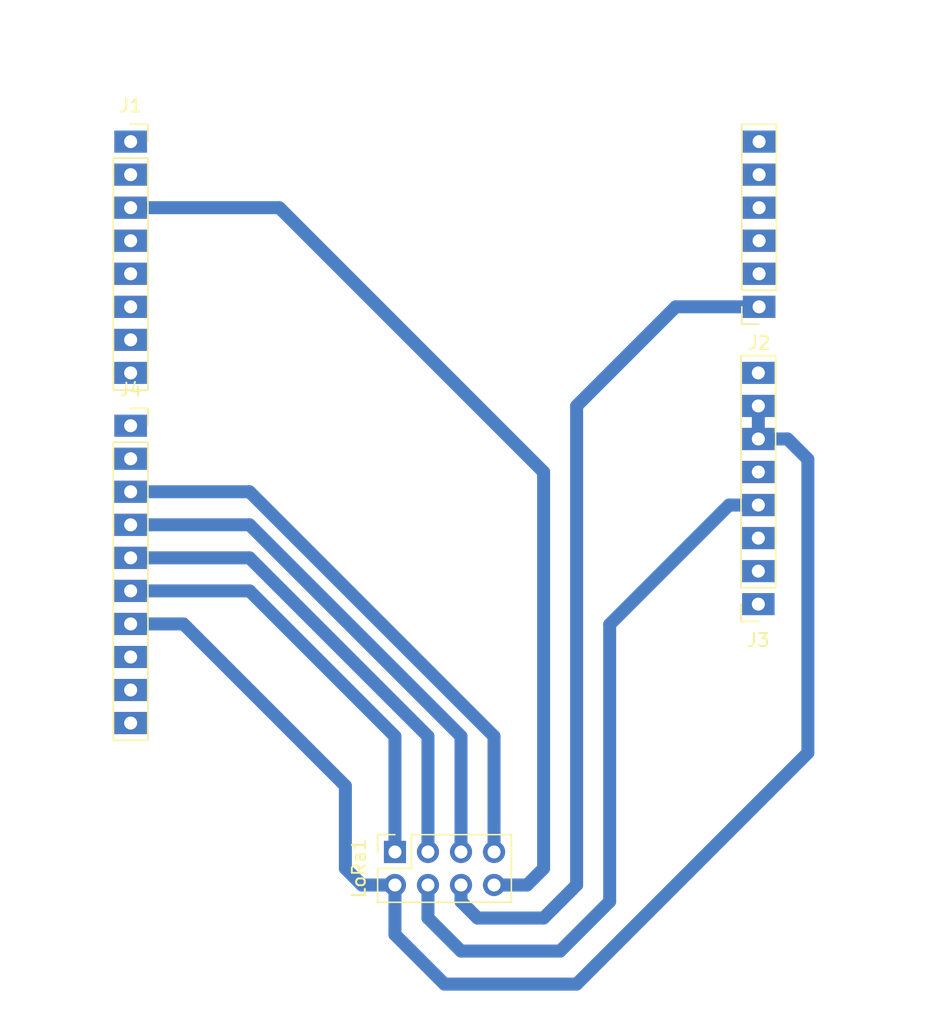
<source format=kicad_pcb>
(kicad_pcb (version 20171130) (host pcbnew "(5.1.10)-1")

  (general
    (thickness 1.6)
    (drawings 3)
    (tracks 47)
    (zones 0)
    (modules 5)
    (nets 31)
  )

  (page A4)
  (layers
    (0 F.Cu signal)
    (31 B.Cu signal)
    (32 B.Adhes user)
    (33 F.Adhes user)
    (34 B.Paste user)
    (35 F.Paste user)
    (36 B.SilkS user)
    (37 F.SilkS user)
    (38 B.Mask user)
    (39 F.Mask user)
    (40 Dwgs.User user)
    (41 Cmts.User user)
    (42 Eco1.User user)
    (43 Eco2.User user)
    (44 Edge.Cuts user)
    (45 Margin user)
    (46 B.CrtYd user)
    (47 F.CrtYd user)
    (48 B.Fab user)
    (49 F.Fab user)
  )

  (setup
    (last_trace_width 1)
    (user_trace_width 0.5)
    (user_trace_width 0.75)
    (user_trace_width 1)
    (trace_clearance 0.2)
    (zone_clearance 0.508)
    (zone_45_only no)
    (trace_min 0.2)
    (via_size 0.8)
    (via_drill 0.4)
    (via_min_size 0.4)
    (via_min_drill 0.3)
    (uvia_size 0.3)
    (uvia_drill 0.1)
    (uvias_allowed no)
    (uvia_min_size 0.2)
    (uvia_min_drill 0.1)
    (edge_width 0.05)
    (segment_width 0.2)
    (pcb_text_width 0.3)
    (pcb_text_size 1.5 1.5)
    (mod_edge_width 0.12)
    (mod_text_size 1 1)
    (mod_text_width 0.15)
    (pad_size 1.7 1.7)
    (pad_drill 1)
    (pad_to_mask_clearance 0)
    (aux_axis_origin 115.57 127)
    (grid_origin 115.57 127)
    (visible_elements FFFFFF7F)
    (pcbplotparams
      (layerselection 0x00000_fffffffe)
      (usegerberextensions false)
      (usegerberattributes true)
      (usegerberadvancedattributes true)
      (creategerberjobfile true)
      (excludeedgelayer true)
      (linewidth 0.100000)
      (plotframeref false)
      (viasonmask false)
      (mode 1)
      (useauxorigin false)
      (hpglpennumber 1)
      (hpglpenspeed 20)
      (hpglpendiameter 15.000000)
      (psnegative false)
      (psa4output false)
      (plotreference false)
      (plotvalue false)
      (plotinvisibletext false)
      (padsonsilk false)
      (subtractmaskfromsilk false)
      (outputformat 1)
      (mirror false)
      (drillshape 0)
      (scaleselection 1)
      (outputdirectory ""))
  )

  (net 0 "")
  (net 1 "Net-(J1-Pad8)")
  (net 2 "Net-(J1-Pad7)")
  (net 3 "Net-(J1-Pad6)")
  (net 4 "Net-(J1-Pad5)")
  (net 5 "Net-(J1-Pad4)")
  (net 6 /DIO0)
  (net 7 "Net-(J1-Pad2)")
  (net 8 "Net-(J1-Pad1)")
  (net 9 "Net-(J2-Pad6)")
  (net 10 "Net-(J2-Pad5)")
  (net 11 "Net-(J2-Pad4)")
  (net 12 "Net-(J2-Pad3)")
  (net 13 "Net-(J2-Pad2)")
  (net 14 /NRST)
  (net 15 "Net-(J3-Pad8)")
  (net 16 GND)
  (net 17 "Net-(J3-Pad5)")
  (net 18 +3V3)
  (net 19 "Net-(J3-Pad3)")
  (net 20 "Net-(J3-Pad2)")
  (net 21 "Net-(J3-Pad1)")
  (net 22 "Net-(J4-Pad10)")
  (net 23 "Net-(J4-Pad9)")
  (net 24 "Net-(J4-Pad8)")
  (net 25 /SPI_SCK)
  (net 26 /SPI_MISO)
  (net 27 /SPI_MOSI)
  (net 28 /SPI_NSS)
  (net 29 "Net-(J4-Pad2)")
  (net 30 "Net-(J4-Pad1)")

  (net_class Default "This is the default net class."
    (clearance 0.2)
    (trace_width 0.25)
    (via_dia 0.8)
    (via_drill 0.4)
    (uvia_dia 0.3)
    (uvia_drill 0.1)
    (add_net +3V3)
    (add_net /DIO0)
    (add_net /NRST)
    (add_net /SPI_MISO)
    (add_net /SPI_MOSI)
    (add_net /SPI_NSS)
    (add_net /SPI_SCK)
    (add_net GND)
    (add_net "Net-(J1-Pad1)")
    (add_net "Net-(J1-Pad2)")
    (add_net "Net-(J1-Pad4)")
    (add_net "Net-(J1-Pad5)")
    (add_net "Net-(J1-Pad6)")
    (add_net "Net-(J1-Pad7)")
    (add_net "Net-(J1-Pad8)")
    (add_net "Net-(J2-Pad2)")
    (add_net "Net-(J2-Pad3)")
    (add_net "Net-(J2-Pad4)")
    (add_net "Net-(J2-Pad5)")
    (add_net "Net-(J2-Pad6)")
    (add_net "Net-(J3-Pad1)")
    (add_net "Net-(J3-Pad2)")
    (add_net "Net-(J3-Pad3)")
    (add_net "Net-(J3-Pad5)")
    (add_net "Net-(J3-Pad8)")
    (add_net "Net-(J4-Pad1)")
    (add_net "Net-(J4-Pad10)")
    (add_net "Net-(J4-Pad2)")
    (add_net "Net-(J4-Pad8)")
    (add_net "Net-(J4-Pad9)")
  )

  (module Connector_PinSocket_2.54mm:PinSocket_2x04_P2.54mm_Vertical (layer F.Cu) (tedit 61426420) (tstamp 6142BA40)
    (at 139.7 115.57 90)
    (descr "Through hole straight socket strip, 2x04, 2.54mm pitch, double cols (from Kicad 4.0.7), script generated")
    (tags "Through hole socket strip THT 2x04 2.54mm double row")
    (path /61424C97)
    (fp_text reference LoRa1 (at -1.27 -2.77 90) (layer F.SilkS)
      (effects (font (size 1 1) (thickness 0.15)))
    )
    (fp_text value Conn_02x04_Counter_Clockwise (at -1.27 10.39 90) (layer F.Fab)
      (effects (font (size 1 1) (thickness 0.15)))
    )
    (fp_text user %R (at -4.91 1.27) (layer F.Fab)
      (effects (font (size 1 1) (thickness 0.15)))
    )
    (fp_line (start -3.81 -1.27) (end 0.27 -1.27) (layer F.Fab) (width 0.1))
    (fp_line (start 0.27 -1.27) (end 1.27 -0.27) (layer F.Fab) (width 0.1))
    (fp_line (start 1.27 -0.27) (end 1.27 8.89) (layer F.Fab) (width 0.1))
    (fp_line (start 1.27 8.89) (end -3.81 8.89) (layer F.Fab) (width 0.1))
    (fp_line (start -3.81 8.89) (end -3.81 -1.27) (layer F.Fab) (width 0.1))
    (fp_line (start -3.87 -1.33) (end -1.27 -1.33) (layer F.SilkS) (width 0.12))
    (fp_line (start -3.87 -1.33) (end -3.87 8.95) (layer F.SilkS) (width 0.12))
    (fp_line (start -3.87 8.95) (end 1.33 8.95) (layer F.SilkS) (width 0.12))
    (fp_line (start 1.33 1.27) (end 1.33 8.95) (layer F.SilkS) (width 0.12))
    (fp_line (start -1.27 1.27) (end 1.33 1.27) (layer F.SilkS) (width 0.12))
    (fp_line (start -1.27 -1.33) (end -1.27 1.27) (layer F.SilkS) (width 0.12))
    (fp_line (start 1.33 -1.33) (end 1.33 0) (layer F.SilkS) (width 0.12))
    (fp_line (start 0 -1.33) (end 1.33 -1.33) (layer F.SilkS) (width 0.12))
    (fp_line (start -4.34 -1.8) (end 1.76 -1.8) (layer F.CrtYd) (width 0.05))
    (fp_line (start 1.76 -1.8) (end 1.76 9.4) (layer F.CrtYd) (width 0.05))
    (fp_line (start 1.76 9.4) (end -4.34 9.4) (layer F.CrtYd) (width 0.05))
    (fp_line (start -4.34 9.4) (end -4.34 -1.8) (layer F.CrtYd) (width 0.05))
    (pad 8 thru_hole oval (at -2.54 7.62 90) (size 1.7 1.7) (drill 1) (layers *.Cu *.Mask)
      (net 6 /DIO0))
    (pad 7 thru_hole oval (at 0 7.62 90) (size 1.7 1.7) (drill 1) (layers *.Cu *.Mask)
      (net 28 /SPI_NSS))
    (pad 6 thru_hole oval (at -2.54 5.08 90) (size 1.7 1.7) (drill 1) (layers *.Cu *.Mask)
      (net 14 /NRST))
    (pad 5 thru_hole oval (at 0 5.08 90) (size 1.7 1.7) (drill 1) (layers *.Cu *.Mask)
      (net 27 /SPI_MOSI))
    (pad 4 thru_hole oval (at -2.54 2.54 90) (size 1.7 1.7) (drill 1) (layers *.Cu *.Mask)
      (net 18 +3V3))
    (pad 3 thru_hole oval (at 0 2.54 90) (size 1.7 1.7) (drill 1) (layers *.Cu *.Mask)
      (net 26 /SPI_MISO))
    (pad 2 thru_hole oval (at -2.54 0 90) (size 1.7 1.7) (drill 1) (layers *.Cu *.Mask)
      (net 16 GND))
    (pad 1 thru_hole rect (at 0 0 90) (size 1.7 1.7) (drill 1) (layers *.Cu *.Mask)
      (net 25 /SPI_SCK))
    (model ${KISYS3DMOD}/Connector_PinSocket_2.54mm.3dshapes/PinSocket_2x04_P2.54mm_Vertical.wrl
      (at (xyz 0 0 0))
      (scale (xyz 1 1 1))
      (rotate (xyz 0 0 0))
    )
  )

  (module Connector_PinSocket_2.54mm:PinSocket_1x10_P2.54mm_Vertical (layer F.Cu) (tedit 5A19A425) (tstamp 6142BA22)
    (at 119.38 82.8)
    (descr "Through hole straight socket strip, 1x10, 2.54mm pitch, single row (from Kicad 4.0.7), script generated")
    (tags "Through hole socket strip THT 1x10 2.54mm single row")
    (path /6142D4C6)
    (fp_text reference J4 (at 0 -2.77) (layer F.SilkS)
      (effects (font (size 1 1) (thickness 0.15)))
    )
    (fp_text value Conn_01x10 (at 0 25.63) (layer F.Fab)
      (effects (font (size 1 1) (thickness 0.15)))
    )
    (fp_text user %R (at 0 11.43 90) (layer F.Fab)
      (effects (font (size 1 1) (thickness 0.15)))
    )
    (fp_line (start -1.27 -1.27) (end 0.635 -1.27) (layer F.Fab) (width 0.1))
    (fp_line (start 0.635 -1.27) (end 1.27 -0.635) (layer F.Fab) (width 0.1))
    (fp_line (start 1.27 -0.635) (end 1.27 24.13) (layer F.Fab) (width 0.1))
    (fp_line (start 1.27 24.13) (end -1.27 24.13) (layer F.Fab) (width 0.1))
    (fp_line (start -1.27 24.13) (end -1.27 -1.27) (layer F.Fab) (width 0.1))
    (fp_line (start -1.33 1.27) (end 1.33 1.27) (layer F.SilkS) (width 0.12))
    (fp_line (start -1.33 1.27) (end -1.33 24.19) (layer F.SilkS) (width 0.12))
    (fp_line (start -1.33 24.19) (end 1.33 24.19) (layer F.SilkS) (width 0.12))
    (fp_line (start 1.33 1.27) (end 1.33 24.19) (layer F.SilkS) (width 0.12))
    (fp_line (start 1.33 -1.33) (end 1.33 0) (layer F.SilkS) (width 0.12))
    (fp_line (start 0 -1.33) (end 1.33 -1.33) (layer F.SilkS) (width 0.12))
    (fp_line (start -1.8 -1.8) (end 1.75 -1.8) (layer F.CrtYd) (width 0.05))
    (fp_line (start 1.75 -1.8) (end 1.75 24.6) (layer F.CrtYd) (width 0.05))
    (fp_line (start 1.75 24.6) (end -1.8 24.6) (layer F.CrtYd) (width 0.05))
    (fp_line (start -1.8 24.6) (end -1.8 -1.8) (layer F.CrtYd) (width 0.05))
    (pad 10 thru_hole rect (at 0 22.86) (size 2.5 1.7) (drill 1) (layers *.Cu *.Mask)
      (net 22 "Net-(J4-Pad10)"))
    (pad 9 thru_hole rect (at 0 20.32) (size 2.5 1.7) (drill 1) (layers *.Cu *.Mask)
      (net 23 "Net-(J4-Pad9)"))
    (pad 8 thru_hole rect (at 0 17.78) (size 2.5 1.7) (drill 1) (layers *.Cu *.Mask)
      (net 24 "Net-(J4-Pad8)"))
    (pad 7 thru_hole rect (at 0 15.24) (size 2.5 1.7) (drill 1) (layers *.Cu *.Mask)
      (net 16 GND))
    (pad 6 thru_hole rect (at 0 12.7) (size 2.5 1.7) (drill 1) (layers *.Cu *.Mask)
      (net 25 /SPI_SCK))
    (pad 5 thru_hole rect (at 0 10.16) (size 2.5 1.7) (drill 1) (layers *.Cu *.Mask)
      (net 26 /SPI_MISO))
    (pad 4 thru_hole rect (at 0 7.62) (size 2.5 1.7) (drill 1) (layers *.Cu *.Mask)
      (net 27 /SPI_MOSI))
    (pad 3 thru_hole rect (at 0 5.08) (size 2.5 1.7) (drill 1) (layers *.Cu *.Mask)
      (net 28 /SPI_NSS))
    (pad 2 thru_hole rect (at 0 2.54) (size 2.5 1.7) (drill 1) (layers *.Cu *.Mask)
      (net 29 "Net-(J4-Pad2)"))
    (pad 1 thru_hole rect (at 0 0) (size 2.5 1.7) (drill 1) (layers *.Cu *.Mask)
      (net 30 "Net-(J4-Pad1)"))
    (model ${KISYS3DMOD}/Connector_PinSocket_2.54mm.3dshapes/PinSocket_1x10_P2.54mm_Vertical.wrl
      (at (xyz 0 0 0))
      (scale (xyz 1 1 1))
      (rotate (xyz 0 0 0))
    )
  )

  (module Connector_PinSocket_2.54mm:PinSocket_1x08_P2.54mm_Vertical (layer F.Cu) (tedit 5A19A420) (tstamp 6142C01D)
    (at 167.64 96.52 180)
    (descr "Through hole straight socket strip, 1x08, 2.54mm pitch, single row (from Kicad 4.0.7), script generated")
    (tags "Through hole socket strip THT 1x08 2.54mm single row")
    (path /614298C8)
    (fp_text reference J3 (at 0 -2.77) (layer F.SilkS)
      (effects (font (size 1 1) (thickness 0.15)))
    )
    (fp_text value Conn_01x08 (at 0 20.55) (layer F.Fab)
      (effects (font (size 1 1) (thickness 0.15)))
    )
    (fp_text user %R (at 0 8.89 90) (layer F.Fab)
      (effects (font (size 1 1) (thickness 0.15)))
    )
    (fp_line (start -1.27 -1.27) (end 0.635 -1.27) (layer F.Fab) (width 0.1))
    (fp_line (start 0.635 -1.27) (end 1.27 -0.635) (layer F.Fab) (width 0.1))
    (fp_line (start 1.27 -0.635) (end 1.27 19.05) (layer F.Fab) (width 0.1))
    (fp_line (start 1.27 19.05) (end -1.27 19.05) (layer F.Fab) (width 0.1))
    (fp_line (start -1.27 19.05) (end -1.27 -1.27) (layer F.Fab) (width 0.1))
    (fp_line (start -1.33 1.27) (end 1.33 1.27) (layer F.SilkS) (width 0.12))
    (fp_line (start -1.33 1.27) (end -1.33 19.11) (layer F.SilkS) (width 0.12))
    (fp_line (start -1.33 19.11) (end 1.33 19.11) (layer F.SilkS) (width 0.12))
    (fp_line (start 1.33 1.27) (end 1.33 19.11) (layer F.SilkS) (width 0.12))
    (fp_line (start 1.33 -1.33) (end 1.33 0) (layer F.SilkS) (width 0.12))
    (fp_line (start 0 -1.33) (end 1.33 -1.33) (layer F.SilkS) (width 0.12))
    (fp_line (start -1.8 -1.8) (end 1.75 -1.8) (layer F.CrtYd) (width 0.05))
    (fp_line (start 1.75 -1.8) (end 1.75 19.55) (layer F.CrtYd) (width 0.05))
    (fp_line (start 1.75 19.55) (end -1.8 19.55) (layer F.CrtYd) (width 0.05))
    (fp_line (start -1.8 19.55) (end -1.8 -1.8) (layer F.CrtYd) (width 0.05))
    (pad 8 thru_hole rect (at 0 17.78 180) (size 2.5 1.7) (drill 1) (layers *.Cu *.Mask)
      (net 15 "Net-(J3-Pad8)"))
    (pad 7 thru_hole rect (at 0 15.24 180) (size 2.5 1.7) (drill 1) (layers *.Cu *.Mask)
      (net 16 GND))
    (pad 6 thru_hole rect (at 0 12.7 180) (size 2.5 1.7) (drill 1) (layers *.Cu *.Mask)
      (net 16 GND))
    (pad 5 thru_hole rect (at 0 10.16 180) (size 2.5 1.7) (drill 1) (layers *.Cu *.Mask)
      (net 17 "Net-(J3-Pad5)"))
    (pad 4 thru_hole rect (at 0 7.62 180) (size 2.5 1.7) (drill 1) (layers *.Cu *.Mask)
      (net 18 +3V3))
    (pad 3 thru_hole rect (at 0 5.08 180) (size 2.5 1.7) (drill 1) (layers *.Cu *.Mask)
      (net 19 "Net-(J3-Pad3)"))
    (pad 2 thru_hole rect (at 0 2.54 180) (size 2.5 1.7) (drill 1) (layers *.Cu *.Mask)
      (net 20 "Net-(J3-Pad2)"))
    (pad 1 thru_hole rect (at 0 0 180) (size 2.5 1.7) (drill 1) (layers *.Cu *.Mask)
      (net 21 "Net-(J3-Pad1)"))
    (model ${KISYS3DMOD}/Connector_PinSocket_2.54mm.3dshapes/PinSocket_1x08_P2.54mm_Vertical.wrl
      (at (xyz 0 0 0))
      (scale (xyz 1 1 1))
      (rotate (xyz 0 0 0))
    )
  )

  (module Connector_PinSocket_2.54mm:PinSocket_1x06_P2.54mm_Vertical (layer F.Cu) (tedit 5A19A430) (tstamp 6142B9E8)
    (at 167.7 73.66 180)
    (descr "Through hole straight socket strip, 1x06, 2.54mm pitch, single row (from Kicad 4.0.7), script generated")
    (tags "Through hole socket strip THT 1x06 2.54mm single row")
    (path /61429110)
    (fp_text reference J2 (at 0 -2.77) (layer F.SilkS)
      (effects (font (size 1 1) (thickness 0.15)))
    )
    (fp_text value Conn_01x06 (at 0 15.47) (layer F.Fab)
      (effects (font (size 1 1) (thickness 0.15)))
    )
    (fp_text user %R (at 0 6.35 90) (layer F.Fab)
      (effects (font (size 1 1) (thickness 0.15)))
    )
    (fp_line (start -1.27 -1.27) (end 0.635 -1.27) (layer F.Fab) (width 0.1))
    (fp_line (start 0.635 -1.27) (end 1.27 -0.635) (layer F.Fab) (width 0.1))
    (fp_line (start 1.27 -0.635) (end 1.27 13.97) (layer F.Fab) (width 0.1))
    (fp_line (start 1.27 13.97) (end -1.27 13.97) (layer F.Fab) (width 0.1))
    (fp_line (start -1.27 13.97) (end -1.27 -1.27) (layer F.Fab) (width 0.1))
    (fp_line (start -1.33 1.27) (end 1.33 1.27) (layer F.SilkS) (width 0.12))
    (fp_line (start -1.33 1.27) (end -1.33 14.03) (layer F.SilkS) (width 0.12))
    (fp_line (start -1.33 14.03) (end 1.33 14.03) (layer F.SilkS) (width 0.12))
    (fp_line (start 1.33 1.27) (end 1.33 14.03) (layer F.SilkS) (width 0.12))
    (fp_line (start 1.33 -1.33) (end 1.33 0) (layer F.SilkS) (width 0.12))
    (fp_line (start 0 -1.33) (end 1.33 -1.33) (layer F.SilkS) (width 0.12))
    (fp_line (start -1.8 -1.8) (end 1.75 -1.8) (layer F.CrtYd) (width 0.05))
    (fp_line (start 1.75 -1.8) (end 1.75 14.45) (layer F.CrtYd) (width 0.05))
    (fp_line (start 1.75 14.45) (end -1.8 14.45) (layer F.CrtYd) (width 0.05))
    (fp_line (start -1.8 14.45) (end -1.8 -1.8) (layer F.CrtYd) (width 0.05))
    (pad 6 thru_hole rect (at 0 12.7 180) (size 2.5 1.7) (drill 1) (layers *.Cu *.Mask)
      (net 9 "Net-(J2-Pad6)"))
    (pad 5 thru_hole rect (at 0 10.16 180) (size 2.5 1.7) (drill 1) (layers *.Cu *.Mask)
      (net 10 "Net-(J2-Pad5)"))
    (pad 4 thru_hole rect (at 0 7.62 180) (size 2.5 1.7) (drill 1) (layers *.Cu *.Mask)
      (net 11 "Net-(J2-Pad4)"))
    (pad 3 thru_hole rect (at 0 5.08 180) (size 2.5 1.7) (drill 1) (layers *.Cu *.Mask)
      (net 12 "Net-(J2-Pad3)"))
    (pad 2 thru_hole rect (at 0 2.54 180) (size 2.5 1.7) (drill 1) (layers *.Cu *.Mask)
      (net 13 "Net-(J2-Pad2)"))
    (pad 1 thru_hole rect (at 0 0 180) (size 2.5 1.7) (drill 1) (layers *.Cu *.Mask)
      (net 14 /NRST))
    (model ${KISYS3DMOD}/Connector_PinSocket_2.54mm.3dshapes/PinSocket_1x06_P2.54mm_Vertical.wrl
      (at (xyz 0 0 0))
      (scale (xyz 1 1 1))
      (rotate (xyz 0 0 0))
    )
  )

  (module Connector_PinSocket_2.54mm:PinSocket_1x08_P2.54mm_Vertical (layer F.Cu) (tedit 6142610D) (tstamp 6142C2C2)
    (at 119.38 60.96)
    (descr "Through hole straight socket strip, 1x08, 2.54mm pitch, single row (from Kicad 4.0.7), script generated")
    (tags "Through hole socket strip THT 1x08 2.54mm single row")
    (path /6142B43C)
    (fp_text reference J1 (at 0 -2.77) (layer F.SilkS)
      (effects (font (size 1 1) (thickness 0.15)))
    )
    (fp_text value Conn_01x08 (at 0 20.55) (layer F.Fab)
      (effects (font (size 1 1) (thickness 0.15)))
    )
    (fp_text user %R (at 0 8.89 90) (layer F.Fab)
      (effects (font (size 1 1) (thickness 0.15)))
    )
    (fp_line (start -1.27 -1.27) (end 0.635 -1.27) (layer F.Fab) (width 0.1))
    (fp_line (start 0.635 -1.27) (end 1.27 -0.635) (layer F.Fab) (width 0.1))
    (fp_line (start 1.27 -0.635) (end 1.27 19.05) (layer F.Fab) (width 0.1))
    (fp_line (start 1.27 19.05) (end -1.27 19.05) (layer F.Fab) (width 0.1))
    (fp_line (start -1.27 19.05) (end -1.27 -1.27) (layer F.Fab) (width 0.1))
    (fp_line (start -1.33 1.27) (end 1.33 1.27) (layer F.SilkS) (width 0.12))
    (fp_line (start -1.33 1.27) (end -1.33 19.11) (layer F.SilkS) (width 0.12))
    (fp_line (start -1.33 19.11) (end 1.33 19.11) (layer F.SilkS) (width 0.12))
    (fp_line (start 1.33 1.27) (end 1.33 19.11) (layer F.SilkS) (width 0.12))
    (fp_line (start 1.33 -1.33) (end 1.33 0) (layer F.SilkS) (width 0.12))
    (fp_line (start 0 -1.33) (end 1.33 -1.33) (layer F.SilkS) (width 0.12))
    (fp_line (start -1.8 -1.8) (end 1.75 -1.8) (layer F.CrtYd) (width 0.05))
    (fp_line (start 1.75 -1.8) (end 1.75 19.55) (layer F.CrtYd) (width 0.05))
    (fp_line (start 1.75 19.55) (end -1.8 19.55) (layer F.CrtYd) (width 0.05))
    (fp_line (start -1.8 19.55) (end -1.8 -1.8) (layer F.CrtYd) (width 0.05))
    (pad 8 thru_hole rect (at 0 17.78) (size 2.5 1.7) (drill 1) (layers *.Cu *.Mask)
      (net 1 "Net-(J1-Pad8)"))
    (pad 7 thru_hole rect (at 0 15.24) (size 2.5 1.7) (drill 1) (layers *.Cu *.Mask)
      (net 2 "Net-(J1-Pad7)"))
    (pad 6 thru_hole rect (at 0 12.7) (size 2.5 1.7) (drill 1) (layers *.Cu *.Mask)
      (net 3 "Net-(J1-Pad6)"))
    (pad 5 thru_hole rect (at 0 10.16) (size 2.5 1.7) (drill 1) (layers *.Cu *.Mask)
      (net 4 "Net-(J1-Pad5)"))
    (pad 4 thru_hole rect (at 0 7.62) (size 2.5 1.7) (drill 1) (layers *.Cu *.Mask)
      (net 5 "Net-(J1-Pad4)"))
    (pad 3 thru_hole rect (at 0 5.08) (size 2.5 1.7) (drill 1) (layers *.Cu *.Mask)
      (net 6 /DIO0))
    (pad 2 thru_hole rect (at 0 2.54) (size 2.5 1.7) (drill 1) (layers *.Cu *.Mask)
      (net 7 "Net-(J1-Pad2)"))
    (pad 1 thru_hole rect (at 0 0) (size 2.5 1.7) (drill 1) (layers *.Cu *.Mask)
      (net 8 "Net-(J1-Pad1)"))
    (model ${KISYS3DMOD}/Connector_PinSocket_2.54mm.3dshapes/PinSocket_1x08_P2.54mm_Vertical.wrl
      (at (xyz 0 0 0))
      (scale (xyz 1 1 1))
      (rotate (xyz 0 0 0))
    )
  )

  (dimension 4.06 (width 0.15) (layer Dwgs.User)
    (gr_text "4,060 mm" (at 113 80.77 270) (layer Dwgs.User)
      (effects (font (size 1 1) (thickness 0.15)))
    )
    (feature1 (pts (xy 119.38 82.8) (xy 113.713579 82.8)))
    (feature2 (pts (xy 119.38 78.74) (xy 113.713579 78.74)))
    (crossbar (pts (xy 114.3 78.74) (xy 114.3 82.8)))
    (arrow1a (pts (xy 114.3 82.8) (xy 113.713579 81.673496)))
    (arrow1b (pts (xy 114.3 82.8) (xy 114.886421 81.673496)))
    (arrow2a (pts (xy 114.3 78.74) (xy 113.713579 79.866504)))
    (arrow2b (pts (xy 114.3 78.74) (xy 114.886421 79.866504)))
  )
  (dimension 5.08 (width 0.15) (layer Dwgs.User)
    (gr_text "5,080 mm" (at 179.1 76.2 270) (layer Dwgs.User)
      (effects (font (size 1 1) (thickness 0.15)))
    )
    (feature1 (pts (xy 167.64 78.74) (xy 178.386421 78.74)))
    (feature2 (pts (xy 167.64 73.66) (xy 178.386421 73.66)))
    (crossbar (pts (xy 177.8 73.66) (xy 177.8 78.74)))
    (arrow1a (pts (xy 177.8 78.74) (xy 177.213579 77.613496)))
    (arrow1b (pts (xy 177.8 78.74) (xy 178.386421 77.613496)))
    (arrow2a (pts (xy 177.8 73.66) (xy 177.213579 74.786504)))
    (arrow2b (pts (xy 177.8 73.66) (xy 178.386421 74.786504)))
  )
  (dimension 48.26 (width 0.15) (layer Dwgs.User)
    (gr_text "48,260 mm" (at 143.51 50.77) (layer Dwgs.User)
      (effects (font (size 1 1) (thickness 0.15)))
    )
    (feature1 (pts (xy 167.64 60.96) (xy 167.64 51.483579)))
    (feature2 (pts (xy 119.38 60.96) (xy 119.38 51.483579)))
    (crossbar (pts (xy 119.38 52.07) (xy 167.64 52.07)))
    (arrow1a (pts (xy 167.64 52.07) (xy 166.513496 52.656421)))
    (arrow1b (pts (xy 167.64 52.07) (xy 166.513496 51.483579)))
    (arrow2a (pts (xy 119.38 52.07) (xy 120.506504 52.656421)))
    (arrow2b (pts (xy 119.38 52.07) (xy 120.506504 51.483579)))
  )

  (segment (start 147.32 118.11) (end 149.86 118.11) (width 1) (layer B.Cu) (net 6))
  (segment (start 149.86 118.11) (end 151.13 116.84) (width 1) (layer B.Cu) (net 6))
  (segment (start 151.13 116.84) (end 151.13 86.36) (width 1) (layer B.Cu) (net 6))
  (segment (start 119.38 66.04) (end 130.81 66.04) (width 1) (layer B.Cu) (net 6))
  (segment (start 130.81 66.04) (end 151.13 86.36) (width 1) (layer B.Cu) (net 6))
  (segment (start 167.7 73.66) (end 161.29 73.66) (width 1) (layer B.Cu) (net 14))
  (segment (start 161.29 73.66) (end 153.67 81.28) (width 1) (layer B.Cu) (net 14))
  (segment (start 153.67 81.28) (end 153.67 118.11) (width 1) (layer B.Cu) (net 14))
  (segment (start 144.78 119.38) (end 146.05 120.65) (width 1) (layer B.Cu) (net 14))
  (segment (start 144.78 118.11) (end 144.78 119.38) (width 1) (layer B.Cu) (net 14))
  (segment (start 151.13 120.65) (end 153.67 118.11) (width 1) (layer B.Cu) (net 14))
  (segment (start 146.05 120.65) (end 151.13 120.65) (width 1) (layer B.Cu) (net 14))
  (segment (start 123.44 98.04) (end 135.89 110.49) (width 1) (layer B.Cu) (net 16))
  (segment (start 119.38 98.04) (end 123.44 98.04) (width 1) (layer B.Cu) (net 16))
  (segment (start 135.89 116.84) (end 135.89 110.49) (width 1) (layer B.Cu) (net 16))
  (segment (start 135.89 116.84) (end 137.16 118.11) (width 1) (layer B.Cu) (net 16))
  (segment (start 139.7 118.11) (end 137.16 118.11) (width 1) (layer B.Cu) (net 16))
  (segment (start 169.89 83.82) (end 167.64 83.82) (width 1) (layer B.Cu) (net 16))
  (segment (start 171.45 85.38) (end 169.89 83.82) (width 1) (layer B.Cu) (net 16))
  (segment (start 171.45 107.95) (end 171.45 85.38) (width 1) (layer B.Cu) (net 16))
  (segment (start 153.67 125.73) (end 171.45 107.95) (width 1) (layer B.Cu) (net 16))
  (segment (start 143.51 125.73) (end 153.67 125.73) (width 1) (layer B.Cu) (net 16))
  (segment (start 139.7 121.92) (end 143.51 125.73) (width 1) (layer B.Cu) (net 16))
  (segment (start 139.7 118.11) (end 139.7 121.92) (width 1) (layer B.Cu) (net 16))
  (segment (start 167.64 83.82) (end 167.64 81.28) (width 1) (layer B.Cu) (net 16))
  (segment (start 165.39 88.9) (end 156.21 98.08) (width 1) (layer B.Cu) (net 18))
  (segment (start 167.64 88.9) (end 165.39 88.9) (width 1) (layer B.Cu) (net 18))
  (segment (start 156.21 98.08) (end 156.21 119.38) (width 1) (layer B.Cu) (net 18))
  (segment (start 156.21 119.38) (end 152.4 123.19) (width 1) (layer B.Cu) (net 18))
  (segment (start 152.4 123.19) (end 144.78 123.19) (width 1) (layer B.Cu) (net 18))
  (segment (start 142.24 120.65) (end 142.24 118.11) (width 1) (layer B.Cu) (net 18))
  (segment (start 144.78 123.19) (end 142.24 120.65) (width 1) (layer B.Cu) (net 18))
  (segment (start 128.52 95.5) (end 124.21 95.5) (width 0.5) (layer B.Cu) (net 25))
  (segment (start 124.21 95.5) (end 119.38 95.5) (width 0.5) (layer B.Cu) (net 25))
  (segment (start 124.71 95.5) (end 124.21 95.5) (width 0.5) (layer B.Cu) (net 25))
  (segment (start 128.52 95.5) (end 119.38 95.5) (width 1) (layer B.Cu) (net 25))
  (segment (start 139.7 106.68) (end 128.52 95.5) (width 1) (layer B.Cu) (net 25) (tstamp 6142CBDE))
  (segment (start 139.7 115.57) (end 139.7 106.68) (width 1) (layer B.Cu) (net 25))
  (segment (start 142.24 115.57) (end 142.24 106.68) (width 1) (layer B.Cu) (net 26))
  (segment (start 128.52 92.96) (end 119.38 92.96) (width 1) (layer B.Cu) (net 26))
  (segment (start 142.24 106.68) (end 128.52 92.96) (width 1) (layer B.Cu) (net 26))
  (segment (start 128.52 90.42) (end 119.38 90.42) (width 1) (layer B.Cu) (net 27))
  (segment (start 144.78 106.68) (end 128.52 90.42) (width 1) (layer B.Cu) (net 27))
  (segment (start 144.78 115.57) (end 144.78 106.68) (width 1) (layer B.Cu) (net 27))
  (segment (start 119.38 87.88) (end 128.52 87.88) (width 1) (layer B.Cu) (net 28))
  (segment (start 147.32 106.68) (end 128.52 87.88) (width 1) (layer B.Cu) (net 28))
  (segment (start 147.32 115.57) (end 147.32 106.68) (width 1) (layer B.Cu) (net 28))

)

</source>
